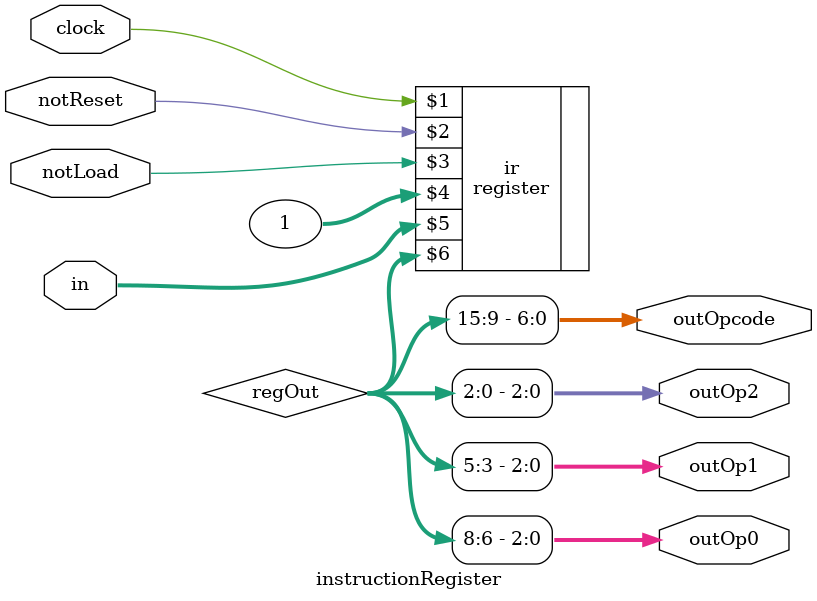
<source format=v>
`ifndef _IR_INCLUDED_
`define _IR_INCLUDED_

`include "../register/register.v"

module instructionRegister(clock, notReset, notLoad, in, outOpcode, outOp0, outOp1, outOp2);
	input clock, notReset, notLoad;
	input [15:0] in;
	
	wire [15:0] in;
	
	output [6:0] outOpcode;
	output [2:0] outOp0, outOp1, outOp2;

	wire [15:0] regOut;
	
	wire [6:0] outOpcode;
	wire [2:0] outOp0, outOp1, outOp2;
	
	register ir(clock, notReset, notLoad, 1, in, regOut);
	
	assign outOpcode = regOut[15:9];
	assign outOp0 = regOut[8:6];
	assign outOp1 = regOut[5:3];
	assign outOp2 = regOut[2:0];
	
endmodule

`endif

</source>
